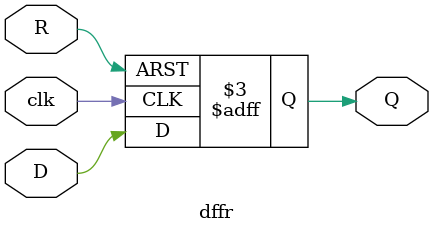
<source format=v>
module dffr(D,clk,R,Q);
input D;      // Data input 
input clk;    // clock input 
input R;      // reset input 
output reg Q;     // output Q 

always @(posedge clk or negedge R) 

begin
	if (R == 1'b0) begin // reset active low
            Q <= 1'b0;
	end 
	else begin
            Q <= D; 
        end
end 
endmodule 

</source>
